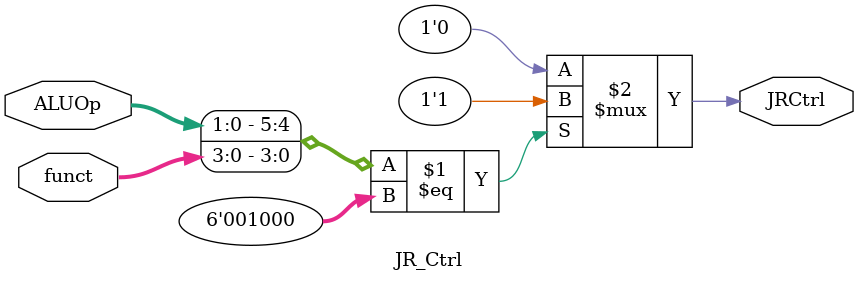
<source format=v>
module ALUCtrl(   
    input [1:0] ALUOp,  
    input [5:0] funct,
    output reg[3:0] ALU_Ctrl  
    );
     wire [7:0] ALUCtrl_In;  
     assign ALUCtrl_In = {ALUOp, funct};  
     always @(ALUCtrl_In)  
         casex (ALUCtrl_In)  
              8'b00xxxxxx: ALU_Ctrl=4'b0010; // lw/sw  
              8'b01xxxxxx: ALU_Ctrl=4'b0110; // Branch 
             // 8'b01xxxx: ALU_Ctrl=3'b001;      // I-type?
              8'b10100000: ALU_Ctrl=4'b0010; // ADD 
              8'b10100010: ALU_Ctrl=4'b0110; // SUB  
              8'b10100100: ALU_Ctrl=4'b0000; // AND
              8'b10100101: ALU_Ctrl=4'b0001; // OR
              8'b10101010: ALU_Ctrl=4'b0111; // SLT
              default: ALU_Ctrl=4'b0010;  
          endcase  
 endmodule  

module JR_Ctrl( // Jump Register Control
    input[1:0] ALUOp, 
    input [3:0] funct,
    output JRCtrl
    );
    assign JRCtrl = ({ALUOp, funct}==8'b00001000) ? 1'b1 : 1'b0;
 endmodule

</source>
